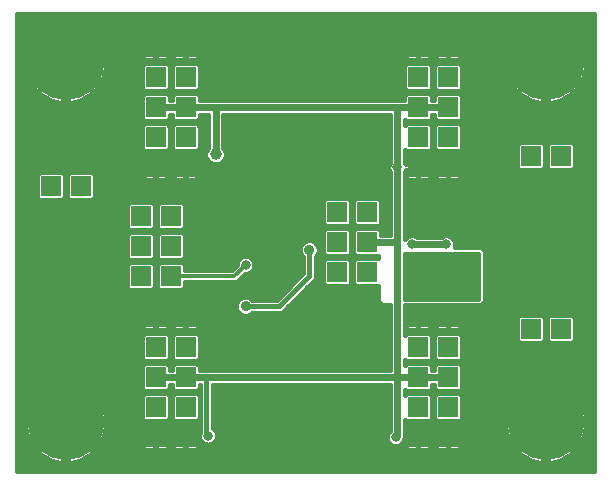
<source format=gbr>
G75*
%MOIN*%
%OFA0B0*%
%FSLAX24Y24*%
%IPPOS*%
%LPD*%
%AMOC8*
5,1,8,0,0,1.08239X$1,22.5*
%
%ADD10R,0.0650X0.0650*%
%ADD11C,0.2540*%
%ADD12C,0.0160*%
%ADD13C,0.0317*%
%ADD14C,0.0240*%
%ADD15C,0.0120*%
%ADD16C,0.0357*%
%ADD17C,0.0396*%
D10*
X005142Y005393D03*
X006142Y005393D03*
X006142Y006393D03*
X005142Y006393D03*
X005142Y007393D03*
X006142Y007393D03*
X006142Y008393D03*
X006142Y009393D03*
X005142Y009393D03*
X005142Y008393D03*
X005642Y010768D03*
X004642Y010768D03*
X004642Y011768D03*
X005642Y011768D03*
X005642Y012768D03*
X004642Y012768D03*
X002642Y012768D03*
X001642Y012768D03*
X001642Y013768D03*
X002642Y013768D03*
X005142Y014393D03*
X006142Y014393D03*
X006142Y015393D03*
X006142Y016393D03*
X006142Y017393D03*
X006142Y018393D03*
X005142Y018393D03*
X005142Y017393D03*
X005142Y016393D03*
X005142Y015393D03*
X011204Y012893D03*
X012204Y012893D03*
X012204Y011893D03*
X011204Y011893D03*
X011204Y010893D03*
X012204Y010893D03*
X013892Y009393D03*
X014892Y009393D03*
X014892Y008393D03*
X013892Y008393D03*
X013892Y007393D03*
X014892Y007393D03*
X014892Y006393D03*
X013892Y006393D03*
X013892Y005393D03*
X014892Y005393D03*
X017642Y008018D03*
X018642Y008018D03*
X018642Y009018D03*
X017642Y009018D03*
X017642Y010018D03*
X018642Y010018D03*
X018642Y013768D03*
X017642Y013768D03*
X017642Y014768D03*
X018642Y014768D03*
X018642Y015768D03*
X017642Y015768D03*
X014892Y015393D03*
X013892Y015393D03*
X013892Y014393D03*
X014892Y014393D03*
X014892Y016393D03*
X013892Y016393D03*
X013892Y017393D03*
X014892Y017393D03*
X014892Y018393D03*
X013892Y018393D03*
D11*
X018142Y017893D03*
X018142Y005893D03*
X002142Y005893D03*
X002142Y017893D03*
D12*
X000522Y019513D02*
X000522Y004273D01*
X019762Y004273D01*
X019762Y019513D01*
X000522Y019513D01*
X000522Y019426D02*
X019762Y019426D01*
X019762Y019268D02*
X000522Y019268D01*
X000522Y019109D02*
X001553Y019109D01*
X001564Y019115D02*
X001447Y019053D01*
X001337Y018979D01*
X001234Y018895D01*
X001140Y018801D01*
X001056Y018698D01*
X000982Y018588D01*
X000920Y018471D01*
X000869Y018349D01*
X000831Y018222D01*
X000805Y018092D01*
X000793Y017973D01*
X002062Y017973D01*
X002062Y017813D01*
X002222Y017813D01*
X002222Y017973D01*
X003490Y017973D01*
X003479Y018092D01*
X003453Y018222D01*
X003414Y018349D01*
X003364Y018471D01*
X003301Y018588D01*
X003227Y018698D01*
X003143Y018801D01*
X003049Y018895D01*
X002947Y018979D01*
X002837Y019053D01*
X002720Y019115D01*
X002597Y019166D01*
X002470Y019204D01*
X002340Y019230D01*
X002222Y019242D01*
X002222Y017973D01*
X002062Y017973D01*
X002062Y019242D01*
X001943Y019230D01*
X001813Y019204D01*
X001686Y019166D01*
X001564Y019115D01*
X001302Y018951D02*
X000522Y018951D01*
X000522Y018792D02*
X001133Y018792D01*
X001013Y018634D02*
X000522Y018634D01*
X000522Y018475D02*
X000922Y018475D01*
X000859Y018317D02*
X000522Y018317D01*
X000522Y018158D02*
X000818Y018158D01*
X000796Y018000D02*
X000522Y018000D01*
X000522Y017841D02*
X002062Y017841D01*
X002062Y017813D02*
X000793Y017813D01*
X000805Y017695D01*
X000831Y017565D01*
X000869Y017438D01*
X000920Y017315D01*
X000982Y017198D01*
X001056Y017088D01*
X001140Y016986D01*
X001234Y016892D01*
X001337Y016808D01*
X001447Y016734D01*
X001564Y016671D01*
X001686Y016621D01*
X001813Y016582D01*
X001943Y016556D01*
X002062Y016545D01*
X002062Y017813D01*
X002062Y017683D02*
X002222Y017683D01*
X002222Y017813D02*
X002222Y016545D01*
X002340Y016556D01*
X002470Y016582D01*
X002597Y016621D01*
X002720Y016671D01*
X002837Y016734D01*
X002947Y016808D01*
X003049Y016892D01*
X003143Y016986D01*
X003227Y017088D01*
X003301Y017198D01*
X003364Y017315D01*
X003414Y017438D01*
X003453Y017565D01*
X003479Y017695D01*
X003490Y017813D01*
X002222Y017813D01*
X002222Y017841D02*
X004742Y017841D01*
X004759Y017858D02*
X004677Y017776D01*
X004677Y017010D01*
X004759Y016928D01*
X005525Y016928D01*
X005607Y017010D01*
X005607Y017776D01*
X005525Y017858D01*
X004759Y017858D01*
X004801Y017988D02*
X005134Y017988D01*
X005134Y018386D01*
X004737Y018386D01*
X004737Y018052D01*
X004749Y018023D01*
X004771Y018000D01*
X004801Y017988D01*
X004773Y018000D02*
X003488Y018000D01*
X003465Y018158D02*
X004737Y018158D01*
X004737Y018317D02*
X003424Y018317D01*
X003361Y018475D02*
X004737Y018475D01*
X004737Y018401D02*
X005134Y018401D01*
X005134Y018798D01*
X004801Y018798D01*
X004771Y018786D01*
X004749Y018764D01*
X004737Y018734D01*
X004737Y018401D01*
X004737Y018634D02*
X003270Y018634D01*
X003150Y018792D02*
X004786Y018792D01*
X005134Y018792D02*
X005149Y018792D01*
X005149Y018798D02*
X005483Y018798D01*
X005512Y018786D01*
X005534Y018764D01*
X005547Y018734D01*
X005547Y018401D01*
X005149Y018401D01*
X005134Y018401D01*
X005134Y018386D01*
X005149Y018386D01*
X005149Y018401D01*
X005149Y018798D01*
X005134Y018634D02*
X005149Y018634D01*
X005134Y018475D02*
X005149Y018475D01*
X005149Y018386D02*
X005547Y018386D01*
X005547Y018052D01*
X005534Y018023D01*
X005512Y018000D01*
X005483Y017988D01*
X005149Y017988D01*
X005149Y018386D01*
X005149Y018317D02*
X005134Y018317D01*
X005134Y018158D02*
X005149Y018158D01*
X005134Y018000D02*
X005149Y018000D01*
X005510Y018000D02*
X005773Y018000D01*
X005771Y018000D02*
X005801Y017988D01*
X006134Y017988D01*
X006134Y018386D01*
X005737Y018386D01*
X005737Y018052D01*
X005749Y018023D01*
X005771Y018000D01*
X005759Y017858D02*
X005677Y017776D01*
X005677Y017010D01*
X005759Y016928D01*
X006525Y016928D01*
X006607Y017010D01*
X006607Y017776D01*
X006525Y017858D01*
X005759Y017858D01*
X005742Y017841D02*
X005542Y017841D01*
X005607Y017683D02*
X005677Y017683D01*
X005677Y017524D02*
X005607Y017524D01*
X005607Y017366D02*
X005677Y017366D01*
X005677Y017207D02*
X005607Y017207D01*
X005607Y017049D02*
X005677Y017049D01*
X005759Y016858D02*
X005677Y016776D01*
X005677Y016653D01*
X005607Y016653D01*
X005607Y016776D01*
X005525Y016858D01*
X004759Y016858D01*
X004677Y016776D01*
X004677Y016010D01*
X004759Y015928D01*
X005525Y015928D01*
X005607Y016010D01*
X005607Y016133D01*
X005677Y016133D01*
X005677Y016010D01*
X005759Y015928D01*
X006525Y015928D01*
X006607Y016010D01*
X006607Y016133D01*
X006882Y016133D01*
X006882Y015049D01*
X006855Y015022D01*
X006804Y014898D01*
X006804Y014764D01*
X006855Y014639D01*
X006950Y014544D01*
X007074Y014493D01*
X007209Y014493D01*
X007333Y014544D01*
X007428Y014639D01*
X007480Y014764D01*
X007480Y014898D01*
X007428Y015022D01*
X007402Y015049D01*
X007402Y016133D01*
X012944Y016133D01*
X012944Y014546D01*
X012905Y014453D01*
X012905Y014334D01*
X012944Y014240D01*
X012944Y012153D01*
X012669Y012153D01*
X012669Y012276D01*
X012587Y012358D01*
X011821Y012358D01*
X011739Y012276D01*
X011739Y011510D01*
X011821Y011428D01*
X012547Y011428D01*
X012547Y011358D01*
X011821Y011358D01*
X011739Y011276D01*
X011739Y010510D01*
X011821Y010428D01*
X012547Y010428D01*
X012547Y009927D01*
X012676Y009798D01*
X012944Y009798D01*
X012944Y007653D01*
X006607Y007653D01*
X006607Y007776D01*
X006525Y007858D01*
X005759Y007858D01*
X005677Y007776D01*
X005677Y007653D01*
X005607Y007653D01*
X005607Y007776D01*
X005525Y007858D01*
X004759Y007858D01*
X004677Y007776D01*
X004677Y007010D01*
X004759Y006928D01*
X005525Y006928D01*
X005607Y007010D01*
X005607Y007133D01*
X005677Y007133D01*
X005677Y007010D01*
X005759Y006928D01*
X006525Y006928D01*
X006607Y007010D01*
X006607Y007133D01*
X006609Y007133D01*
X006609Y005554D01*
X006593Y005515D01*
X006593Y005396D01*
X006638Y005287D01*
X006722Y005203D01*
X006832Y005157D01*
X006951Y005157D01*
X007061Y005203D01*
X007145Y005287D01*
X007190Y005396D01*
X007190Y005515D01*
X007145Y005625D01*
X007061Y005709D01*
X007049Y005714D01*
X007049Y007133D01*
X012944Y007133D01*
X012944Y005618D01*
X012888Y005563D01*
X012843Y005453D01*
X012843Y005334D01*
X012888Y005224D01*
X012972Y005140D01*
X013082Y005095D01*
X013201Y005095D01*
X013311Y005140D01*
X013395Y005224D01*
X013440Y005334D01*
X013440Y005347D01*
X013464Y005404D01*
X013464Y005973D01*
X013509Y005928D01*
X014275Y005928D01*
X014357Y006010D01*
X014357Y006776D01*
X014275Y006858D01*
X013509Y006858D01*
X013464Y006814D01*
X013464Y006973D01*
X013509Y006928D01*
X014275Y006928D01*
X014357Y007010D01*
X014357Y007133D01*
X014427Y007133D01*
X014427Y007010D01*
X014509Y006928D01*
X015275Y006928D01*
X015357Y007010D01*
X015357Y007776D01*
X015275Y007858D01*
X014509Y007858D01*
X014427Y007776D01*
X014427Y007653D01*
X014357Y007653D01*
X014357Y007776D01*
X014275Y007858D01*
X013509Y007858D01*
X013464Y007814D01*
X013464Y007973D01*
X013509Y007928D01*
X014275Y007928D01*
X014357Y008010D01*
X014357Y008776D01*
X014275Y008858D01*
X013509Y008858D01*
X013464Y008814D01*
X013464Y009798D01*
X015983Y009798D01*
X016112Y009927D01*
X016112Y011609D01*
X015983Y011738D01*
X015114Y011738D01*
X015128Y011771D01*
X015128Y011890D01*
X015082Y012000D01*
X014998Y012084D01*
X014889Y012130D01*
X014770Y012130D01*
X014676Y012091D01*
X013857Y012091D01*
X013764Y012130D01*
X013645Y012130D01*
X013535Y012084D01*
X013464Y012013D01*
X013464Y014240D01*
X013487Y014295D01*
X013487Y014052D01*
X013499Y014023D01*
X013521Y014000D01*
X013551Y013988D01*
X013884Y013988D01*
X013884Y014386D01*
X013899Y014386D01*
X013899Y014401D01*
X013884Y014401D01*
X013884Y014798D01*
X013551Y014798D01*
X013521Y014786D01*
X013499Y014764D01*
X013487Y014734D01*
X013487Y014492D01*
X013464Y014546D01*
X013464Y014973D01*
X013509Y014928D01*
X014275Y014928D01*
X014357Y015010D01*
X014357Y015776D01*
X014275Y015858D01*
X013509Y015858D01*
X013464Y015814D01*
X013464Y015973D01*
X013509Y015928D01*
X014275Y015928D01*
X014357Y016010D01*
X014357Y016133D01*
X014427Y016133D01*
X014427Y016010D01*
X014509Y015928D01*
X015275Y015928D01*
X015357Y016010D01*
X015357Y016776D01*
X015275Y016858D01*
X014509Y016858D01*
X014427Y016776D01*
X014427Y016653D01*
X014357Y016653D01*
X014357Y016776D01*
X014275Y016858D01*
X013509Y016858D01*
X013427Y016776D01*
X013427Y016653D01*
X006607Y016653D01*
X006607Y016776D01*
X006525Y016858D01*
X005759Y016858D01*
X005677Y016732D02*
X005607Y016732D01*
X006142Y016393D02*
X006579Y016393D01*
X006607Y016732D02*
X013427Y016732D01*
X013509Y016928D02*
X014275Y016928D01*
X014357Y017010D01*
X014357Y017776D01*
X014275Y017858D01*
X013509Y017858D01*
X013427Y017776D01*
X013427Y017010D01*
X013509Y016928D01*
X013427Y017049D02*
X006607Y017049D01*
X006607Y017207D02*
X013427Y017207D01*
X013427Y017366D02*
X006607Y017366D01*
X006607Y017524D02*
X013427Y017524D01*
X013427Y017683D02*
X006607Y017683D01*
X006542Y017841D02*
X013492Y017841D01*
X013551Y017988D02*
X013884Y017988D01*
X013884Y018386D01*
X013487Y018386D01*
X013487Y018052D01*
X013499Y018023D01*
X013521Y018000D01*
X013551Y017988D01*
X013523Y018000D02*
X006510Y018000D01*
X006512Y018000D02*
X006534Y018023D01*
X006547Y018052D01*
X006547Y018386D01*
X006149Y018386D01*
X006149Y018401D01*
X006134Y018401D01*
X006134Y018798D01*
X005801Y018798D01*
X005771Y018786D01*
X005749Y018764D01*
X005737Y018734D01*
X005737Y018401D01*
X006134Y018401D01*
X006134Y018386D01*
X006149Y018386D01*
X006149Y017988D01*
X006483Y017988D01*
X006512Y018000D01*
X006547Y018158D02*
X013487Y018158D01*
X013487Y018317D02*
X006547Y018317D01*
X006547Y018401D02*
X006149Y018401D01*
X006149Y018798D01*
X006483Y018798D01*
X006512Y018786D01*
X006534Y018764D01*
X006547Y018734D01*
X006547Y018401D01*
X006547Y018475D02*
X013487Y018475D01*
X013487Y018401D02*
X013884Y018401D01*
X013884Y018798D01*
X013551Y018798D01*
X013521Y018786D01*
X013499Y018764D01*
X013487Y018734D01*
X013487Y018401D01*
X013487Y018634D02*
X006547Y018634D01*
X006497Y018792D02*
X013536Y018792D01*
X013884Y018792D02*
X013899Y018792D01*
X013899Y018798D02*
X013899Y018401D01*
X013884Y018401D01*
X013884Y018386D01*
X013899Y018386D01*
X013899Y018401D01*
X014297Y018401D01*
X014297Y018734D01*
X014284Y018764D01*
X014262Y018786D01*
X014233Y018798D01*
X013899Y018798D01*
X013884Y018634D02*
X013899Y018634D01*
X013884Y018475D02*
X013899Y018475D01*
X013899Y018386D02*
X014297Y018386D01*
X014297Y018052D01*
X014284Y018023D01*
X014262Y018000D01*
X014233Y017988D01*
X013899Y017988D01*
X013899Y018386D01*
X013899Y018317D02*
X013884Y018317D01*
X013884Y018158D02*
X013899Y018158D01*
X013884Y018000D02*
X013899Y018000D01*
X014260Y018000D02*
X014523Y018000D01*
X014521Y018000D02*
X014551Y017988D01*
X014884Y017988D01*
X014884Y018386D01*
X014487Y018386D01*
X014487Y018052D01*
X014499Y018023D01*
X014521Y018000D01*
X014509Y017858D02*
X014427Y017776D01*
X014427Y017010D01*
X014509Y016928D01*
X015275Y016928D01*
X015357Y017010D01*
X015357Y017776D01*
X015275Y017858D01*
X014509Y017858D01*
X014492Y017841D02*
X014292Y017841D01*
X014357Y017683D02*
X014427Y017683D01*
X014427Y017524D02*
X014357Y017524D01*
X014357Y017366D02*
X014427Y017366D01*
X014427Y017207D02*
X014357Y017207D01*
X014357Y017049D02*
X014427Y017049D01*
X014427Y016732D02*
X014357Y016732D01*
X014357Y016098D02*
X014427Y016098D01*
X014498Y015939D02*
X014286Y015939D01*
X014352Y015781D02*
X014431Y015781D01*
X014427Y015776D02*
X014509Y015858D01*
X015275Y015858D01*
X015357Y015776D01*
X015357Y015010D01*
X015275Y014928D01*
X014509Y014928D01*
X014427Y015010D01*
X014427Y015776D01*
X014427Y015622D02*
X014357Y015622D01*
X014357Y015464D02*
X014427Y015464D01*
X014427Y015305D02*
X014357Y015305D01*
X014357Y015147D02*
X014427Y015147D01*
X014449Y014988D02*
X014335Y014988D01*
X014262Y014786D02*
X014233Y014798D01*
X013899Y014798D01*
X013899Y014401D01*
X014297Y014401D01*
X014297Y014734D01*
X014284Y014764D01*
X014262Y014786D01*
X014297Y014671D02*
X014487Y014671D01*
X014487Y014734D02*
X014487Y014401D01*
X014884Y014401D01*
X014884Y014798D01*
X014551Y014798D01*
X014521Y014786D01*
X014499Y014764D01*
X014487Y014734D01*
X014487Y014513D02*
X014297Y014513D01*
X014297Y014386D02*
X013899Y014386D01*
X013899Y013988D01*
X014233Y013988D01*
X014262Y014000D01*
X014284Y014023D01*
X014297Y014052D01*
X014297Y014386D01*
X014297Y014354D02*
X014487Y014354D01*
X014487Y014386D02*
X014487Y014052D01*
X014499Y014023D01*
X014521Y014000D01*
X014551Y013988D01*
X014884Y013988D01*
X014884Y014386D01*
X014487Y014386D01*
X014487Y014196D02*
X014297Y014196D01*
X014290Y014037D02*
X014493Y014037D01*
X014884Y014037D02*
X014899Y014037D01*
X014899Y013988D02*
X015233Y013988D01*
X015262Y014000D01*
X015284Y014023D01*
X015297Y014052D01*
X015297Y014386D01*
X014899Y014386D01*
X014899Y014401D01*
X014884Y014401D01*
X014884Y014386D01*
X014899Y014386D01*
X014899Y013988D01*
X014884Y014196D02*
X014899Y014196D01*
X014884Y014354D02*
X014899Y014354D01*
X014899Y014401D02*
X015297Y014401D01*
X015297Y014734D01*
X015284Y014764D01*
X015262Y014786D01*
X015233Y014798D01*
X014899Y014798D01*
X014899Y014401D01*
X014899Y014513D02*
X014884Y014513D01*
X014884Y014671D02*
X014899Y014671D01*
X015297Y014671D02*
X017177Y014671D01*
X017177Y014513D02*
X015297Y014513D01*
X015297Y014354D02*
X017208Y014354D01*
X017177Y014385D02*
X017259Y014303D01*
X018025Y014303D01*
X018107Y014385D01*
X018107Y015151D01*
X018025Y015233D01*
X017259Y015233D01*
X017177Y015151D01*
X017177Y014385D01*
X017271Y014161D02*
X017249Y014139D01*
X017237Y014109D01*
X017237Y013776D01*
X017634Y013776D01*
X017634Y014173D01*
X017301Y014173D01*
X017271Y014161D01*
X017237Y014037D02*
X015290Y014037D01*
X015297Y014196D02*
X019762Y014196D01*
X019762Y014354D02*
X019076Y014354D01*
X019107Y014385D02*
X019107Y015151D01*
X019025Y015233D01*
X018259Y015233D01*
X018177Y015151D01*
X018177Y014385D01*
X018259Y014303D01*
X019025Y014303D01*
X019107Y014385D01*
X019107Y014513D02*
X019762Y014513D01*
X019762Y014671D02*
X019107Y014671D01*
X019107Y014830D02*
X019762Y014830D01*
X019762Y014988D02*
X019107Y014988D01*
X019107Y015147D02*
X019762Y015147D01*
X019762Y015305D02*
X015357Y015305D01*
X015357Y015147D02*
X017177Y015147D01*
X017177Y014988D02*
X015335Y014988D01*
X015357Y015464D02*
X017237Y015464D01*
X017237Y015427D02*
X017249Y015398D01*
X017271Y015375D01*
X017301Y015363D01*
X017634Y015363D01*
X017634Y015761D01*
X017237Y015761D01*
X017237Y015427D01*
X017237Y015622D02*
X015357Y015622D01*
X015352Y015781D02*
X017237Y015781D01*
X017237Y015776D02*
X017634Y015776D01*
X017634Y016173D01*
X017301Y016173D01*
X017271Y016161D01*
X017249Y016139D01*
X017237Y016109D01*
X017237Y015776D01*
X017237Y015939D02*
X015286Y015939D01*
X015357Y016098D02*
X017237Y016098D01*
X017634Y016098D02*
X017649Y016098D01*
X017649Y016173D02*
X017649Y015776D01*
X017634Y015776D01*
X017634Y015761D01*
X017649Y015761D01*
X017649Y015363D01*
X017983Y015363D01*
X018012Y015375D01*
X018034Y015398D01*
X018047Y015427D01*
X018047Y015761D01*
X017649Y015761D01*
X017649Y015776D01*
X018047Y015776D01*
X018047Y016109D01*
X018034Y016139D01*
X018012Y016161D01*
X017983Y016173D01*
X017649Y016173D01*
X017634Y015939D02*
X017649Y015939D01*
X017634Y015781D02*
X017649Y015781D01*
X017634Y015622D02*
X017649Y015622D01*
X017634Y015464D02*
X017649Y015464D01*
X018047Y015464D02*
X018237Y015464D01*
X018237Y015427D02*
X018249Y015398D01*
X018271Y015375D01*
X018301Y015363D01*
X018634Y015363D01*
X018634Y015761D01*
X018237Y015761D01*
X018237Y015427D01*
X018237Y015622D02*
X018047Y015622D01*
X018047Y015781D02*
X018237Y015781D01*
X018237Y015776D02*
X018634Y015776D01*
X018634Y016173D01*
X018301Y016173D01*
X018271Y016161D01*
X018249Y016139D01*
X018237Y016109D01*
X018237Y015776D01*
X018237Y015939D02*
X018047Y015939D01*
X018047Y016098D02*
X018237Y016098D01*
X018634Y016098D02*
X018649Y016098D01*
X018649Y016173D02*
X018649Y015776D01*
X018634Y015776D01*
X018634Y015761D01*
X018649Y015761D01*
X018649Y015363D01*
X018983Y015363D01*
X019012Y015375D01*
X019034Y015398D01*
X019047Y015427D01*
X019047Y015761D01*
X018649Y015761D01*
X018649Y015776D01*
X019047Y015776D01*
X019047Y016109D01*
X019034Y016139D01*
X019012Y016161D01*
X018983Y016173D01*
X018649Y016173D01*
X018634Y015939D02*
X018649Y015939D01*
X018634Y015781D02*
X018649Y015781D01*
X018634Y015622D02*
X018649Y015622D01*
X018634Y015464D02*
X018649Y015464D01*
X019047Y015464D02*
X019762Y015464D01*
X019762Y015622D02*
X019047Y015622D01*
X019047Y015781D02*
X019762Y015781D01*
X019762Y015939D02*
X019047Y015939D01*
X019047Y016098D02*
X019762Y016098D01*
X019762Y016256D02*
X015357Y016256D01*
X015357Y016415D02*
X019762Y016415D01*
X019762Y016573D02*
X018426Y016573D01*
X018470Y016582D02*
X018597Y016621D01*
X018720Y016671D01*
X018837Y016734D01*
X018947Y016808D01*
X019049Y016892D01*
X019143Y016986D01*
X019227Y017088D01*
X019301Y017198D01*
X019364Y017315D01*
X019414Y017438D01*
X019453Y017565D01*
X019479Y017695D01*
X019490Y017813D01*
X018222Y017813D01*
X018222Y017973D01*
X019490Y017973D01*
X019479Y018092D01*
X019453Y018222D01*
X019414Y018349D01*
X019364Y018471D01*
X019301Y018588D01*
X019227Y018698D01*
X019143Y018801D01*
X019049Y018895D01*
X018947Y018979D01*
X018837Y019053D01*
X018720Y019115D01*
X018597Y019166D01*
X018470Y019204D01*
X018340Y019230D01*
X018222Y019242D01*
X018222Y017973D01*
X018062Y017973D01*
X018062Y017813D01*
X018222Y017813D01*
X018222Y016545D01*
X018340Y016556D01*
X018470Y016582D01*
X018222Y016573D02*
X018062Y016573D01*
X018062Y016545D02*
X018062Y017813D01*
X016793Y017813D01*
X016805Y017695D01*
X016831Y017565D01*
X016869Y017438D01*
X016920Y017315D01*
X016982Y017198D01*
X017056Y017088D01*
X017140Y016986D01*
X017234Y016892D01*
X017337Y016808D01*
X017447Y016734D01*
X017564Y016671D01*
X017686Y016621D01*
X017813Y016582D01*
X017943Y016556D01*
X018062Y016545D01*
X018062Y016732D02*
X018222Y016732D01*
X018222Y016890D02*
X018062Y016890D01*
X018062Y017049D02*
X018222Y017049D01*
X018222Y017207D02*
X018062Y017207D01*
X018062Y017366D02*
X018222Y017366D01*
X018222Y017524D02*
X018062Y017524D01*
X018062Y017683D02*
X018222Y017683D01*
X018222Y017841D02*
X019762Y017841D01*
X019762Y017683D02*
X019476Y017683D01*
X019440Y017524D02*
X019762Y017524D01*
X019762Y017366D02*
X019384Y017366D01*
X019306Y017207D02*
X019762Y017207D01*
X019762Y017049D02*
X019195Y017049D01*
X019048Y016890D02*
X019762Y016890D01*
X019762Y016732D02*
X018833Y016732D01*
X017858Y016573D02*
X015357Y016573D01*
X015357Y016732D02*
X017451Y016732D01*
X017236Y016890D02*
X003048Y016890D01*
X003195Y017049D02*
X004677Y017049D01*
X004677Y017207D02*
X003306Y017207D01*
X003384Y017366D02*
X004677Y017366D01*
X004677Y017524D02*
X003440Y017524D01*
X003476Y017683D02*
X004677Y017683D01*
X005547Y018158D02*
X005737Y018158D01*
X005737Y018317D02*
X005547Y018317D01*
X005547Y018475D02*
X005737Y018475D01*
X005737Y018634D02*
X005547Y018634D01*
X005497Y018792D02*
X005786Y018792D01*
X006134Y018792D02*
X006149Y018792D01*
X006134Y018634D02*
X006149Y018634D01*
X006134Y018475D02*
X006149Y018475D01*
X006134Y018317D02*
X006149Y018317D01*
X006134Y018158D02*
X006149Y018158D01*
X006134Y018000D02*
X006149Y018000D01*
X004677Y016732D02*
X002833Y016732D01*
X002426Y016573D02*
X004677Y016573D01*
X004677Y016415D02*
X000522Y016415D01*
X000522Y016573D02*
X001858Y016573D01*
X002062Y016573D02*
X002222Y016573D01*
X002222Y016732D02*
X002062Y016732D01*
X002062Y016890D02*
X002222Y016890D01*
X002222Y017049D02*
X002062Y017049D01*
X002062Y017207D02*
X002222Y017207D01*
X002222Y017366D02*
X002062Y017366D01*
X002062Y017524D02*
X002222Y017524D01*
X002222Y018000D02*
X002062Y018000D01*
X002062Y018158D02*
X002222Y018158D01*
X002222Y018317D02*
X002062Y018317D01*
X002062Y018475D02*
X002222Y018475D01*
X002222Y018634D02*
X002062Y018634D01*
X002062Y018792D02*
X002222Y018792D01*
X002222Y018951D02*
X002062Y018951D01*
X002062Y019109D02*
X002222Y019109D01*
X002730Y019109D02*
X017553Y019109D01*
X017564Y019115D02*
X017447Y019053D01*
X017337Y018979D01*
X017234Y018895D01*
X017140Y018801D01*
X017056Y018698D01*
X016982Y018588D01*
X016920Y018471D01*
X016869Y018349D01*
X016831Y018222D01*
X016805Y018092D01*
X016793Y017973D01*
X018062Y017973D01*
X018062Y019242D01*
X017943Y019230D01*
X017813Y019204D01*
X017686Y019166D01*
X017564Y019115D01*
X017302Y018951D02*
X002981Y018951D01*
X000807Y017683D02*
X000522Y017683D01*
X000522Y017524D02*
X000843Y017524D01*
X000899Y017366D02*
X000522Y017366D01*
X000522Y017207D02*
X000978Y017207D01*
X001088Y017049D02*
X000522Y017049D01*
X000522Y016890D02*
X001236Y016890D01*
X001451Y016732D02*
X000522Y016732D01*
X000522Y016256D02*
X004677Y016256D01*
X004677Y016098D02*
X000522Y016098D01*
X000522Y015939D02*
X004748Y015939D01*
X004759Y015858D02*
X004677Y015776D01*
X004677Y015010D01*
X004759Y014928D01*
X005525Y014928D01*
X005607Y015010D01*
X005607Y015776D01*
X005525Y015858D01*
X004759Y015858D01*
X004681Y015781D02*
X000522Y015781D01*
X000522Y015622D02*
X004677Y015622D01*
X004677Y015464D02*
X000522Y015464D01*
X000522Y015305D02*
X004677Y015305D01*
X004677Y015147D02*
X000522Y015147D01*
X000522Y014988D02*
X004699Y014988D01*
X004771Y014786D02*
X004749Y014764D01*
X004737Y014734D01*
X004737Y014401D01*
X005134Y014401D01*
X005134Y014798D01*
X004801Y014798D01*
X004771Y014786D01*
X004737Y014671D02*
X000522Y014671D01*
X000522Y014513D02*
X004737Y014513D01*
X004737Y014386D02*
X004737Y014052D01*
X004749Y014023D01*
X004771Y014000D01*
X004801Y013988D01*
X005134Y013988D01*
X005134Y014386D01*
X004737Y014386D01*
X004737Y014354D02*
X000522Y014354D01*
X000522Y014196D02*
X001221Y014196D01*
X001259Y014233D02*
X001177Y014151D01*
X001177Y013385D01*
X001259Y013303D01*
X002025Y013303D01*
X002107Y013385D01*
X002107Y014151D01*
X002025Y014233D01*
X001259Y014233D01*
X001177Y014037D02*
X000522Y014037D01*
X000522Y013879D02*
X001177Y013879D01*
X001177Y013720D02*
X000522Y013720D01*
X000522Y013562D02*
X001177Y013562D01*
X001177Y013403D02*
X000522Y013403D01*
X000522Y013245D02*
X010739Y013245D01*
X010739Y013276D02*
X010739Y012510D01*
X010821Y012428D01*
X011587Y012428D01*
X011669Y012510D01*
X011669Y013276D01*
X011587Y013358D01*
X010821Y013358D01*
X010739Y013276D01*
X010739Y013086D02*
X006107Y013086D01*
X006107Y013151D02*
X006025Y013233D01*
X005259Y013233D01*
X005177Y013151D01*
X005177Y012385D01*
X005259Y012303D01*
X006025Y012303D01*
X006107Y012385D01*
X006107Y013151D01*
X006107Y012928D02*
X010739Y012928D01*
X010739Y012769D02*
X006107Y012769D01*
X006107Y012611D02*
X010739Y012611D01*
X010797Y012452D02*
X006107Y012452D01*
X006025Y012233D02*
X006107Y012151D01*
X006107Y011385D01*
X006025Y011303D01*
X005259Y011303D01*
X005177Y011385D01*
X005177Y012151D01*
X005259Y012233D01*
X006025Y012233D01*
X006107Y012135D02*
X010739Y012135D01*
X010739Y012276D02*
X010739Y011510D01*
X010821Y011428D01*
X011587Y011428D01*
X011669Y011510D01*
X011669Y012276D01*
X011587Y012358D01*
X010821Y012358D01*
X010739Y012276D01*
X010757Y012294D02*
X000522Y012294D01*
X000522Y012452D02*
X001237Y012452D01*
X001237Y012427D02*
X001249Y012398D01*
X001271Y012375D01*
X001301Y012363D01*
X001634Y012363D01*
X001634Y012761D01*
X001237Y012761D01*
X001237Y012427D01*
X001237Y012611D02*
X000522Y012611D01*
X000522Y012769D02*
X001634Y012769D01*
X001634Y012776D02*
X001634Y012761D01*
X001649Y012761D01*
X001649Y012776D01*
X001634Y012776D01*
X001634Y013173D01*
X001301Y013173D01*
X001271Y013161D01*
X001249Y013139D01*
X001237Y013109D01*
X001237Y012776D01*
X001634Y012776D01*
X001649Y012776D02*
X001649Y013173D01*
X001983Y013173D01*
X002012Y013161D01*
X002034Y013139D01*
X002047Y013109D01*
X002047Y012776D01*
X001649Y012776D01*
X001649Y012769D02*
X002634Y012769D01*
X002634Y012776D02*
X002634Y012761D01*
X002237Y012761D01*
X002237Y012427D01*
X002249Y012398D01*
X002271Y012375D01*
X002301Y012363D01*
X002634Y012363D01*
X002634Y012761D01*
X002649Y012761D01*
X002649Y012776D01*
X002634Y012776D01*
X002634Y013173D01*
X002301Y013173D01*
X002271Y013161D01*
X002249Y013139D01*
X002237Y013109D01*
X002237Y012776D01*
X002634Y012776D01*
X002649Y012776D02*
X002649Y013173D01*
X002983Y013173D01*
X003012Y013161D01*
X003034Y013139D01*
X003047Y013109D01*
X003047Y012776D01*
X002649Y012776D01*
X002649Y012769D02*
X004177Y012769D01*
X004177Y012611D02*
X003047Y012611D01*
X003047Y012761D02*
X002649Y012761D01*
X002649Y012363D01*
X002983Y012363D01*
X003012Y012375D01*
X003034Y012398D01*
X003047Y012427D01*
X003047Y012761D01*
X003047Y012928D02*
X004177Y012928D01*
X004177Y013086D02*
X003047Y013086D01*
X003025Y013303D02*
X003107Y013385D01*
X003107Y014151D01*
X003025Y014233D01*
X002259Y014233D01*
X002177Y014151D01*
X002177Y013385D01*
X002259Y013303D01*
X003025Y013303D01*
X003107Y013403D02*
X012944Y013403D01*
X012944Y013245D02*
X012669Y013245D01*
X012669Y013276D02*
X012587Y013358D01*
X011821Y013358D01*
X011739Y013276D01*
X011739Y012510D01*
X011821Y012428D01*
X012587Y012428D01*
X012669Y012510D01*
X012669Y013276D01*
X012669Y013086D02*
X012944Y013086D01*
X012944Y012928D02*
X012669Y012928D01*
X012669Y012769D02*
X012944Y012769D01*
X012944Y012611D02*
X012669Y012611D01*
X012611Y012452D02*
X012944Y012452D01*
X012944Y012294D02*
X012652Y012294D01*
X013464Y012294D02*
X019762Y012294D01*
X019762Y012452D02*
X013464Y012452D01*
X013464Y012611D02*
X019762Y012611D01*
X019762Y012769D02*
X013464Y012769D01*
X013464Y012928D02*
X019762Y012928D01*
X019762Y013086D02*
X013464Y013086D01*
X013464Y013245D02*
X019762Y013245D01*
X019762Y013403D02*
X019037Y013403D01*
X019034Y013398D02*
X019047Y013427D01*
X019047Y013761D01*
X018649Y013761D01*
X018649Y013363D01*
X018983Y013363D01*
X019012Y013375D01*
X019034Y013398D01*
X019047Y013562D02*
X019762Y013562D01*
X019762Y013720D02*
X019047Y013720D01*
X019047Y013776D02*
X019047Y014109D01*
X019034Y014139D01*
X019012Y014161D01*
X018983Y014173D01*
X018649Y014173D01*
X018649Y013776D01*
X018634Y013776D01*
X018634Y014173D01*
X018301Y014173D01*
X018271Y014161D01*
X018249Y014139D01*
X018237Y014109D01*
X018237Y013776D01*
X018634Y013776D01*
X018634Y013761D01*
X018237Y013761D01*
X018237Y013427D01*
X018249Y013398D01*
X018271Y013375D01*
X018301Y013363D01*
X018634Y013363D01*
X018634Y013761D01*
X018649Y013761D01*
X018649Y013776D01*
X019047Y013776D01*
X019047Y013879D02*
X019762Y013879D01*
X019762Y014037D02*
X019047Y014037D01*
X018649Y014037D02*
X018634Y014037D01*
X018634Y013879D02*
X018649Y013879D01*
X018634Y013720D02*
X018649Y013720D01*
X018634Y013562D02*
X018649Y013562D01*
X018634Y013403D02*
X018649Y013403D01*
X018247Y013403D02*
X018037Y013403D01*
X018034Y013398D02*
X018047Y013427D01*
X018047Y013761D01*
X017649Y013761D01*
X017649Y013363D01*
X017983Y013363D01*
X018012Y013375D01*
X018034Y013398D01*
X018047Y013562D02*
X018237Y013562D01*
X018237Y013720D02*
X018047Y013720D01*
X018047Y013776D02*
X018047Y014109D01*
X018034Y014139D01*
X018012Y014161D01*
X017983Y014173D01*
X017649Y014173D01*
X017649Y013776D01*
X017634Y013776D01*
X017634Y013761D01*
X017237Y013761D01*
X017237Y013427D01*
X017249Y013398D01*
X017271Y013375D01*
X017301Y013363D01*
X017634Y013363D01*
X017634Y013761D01*
X017649Y013761D01*
X017649Y013776D01*
X018047Y013776D01*
X018047Y013879D02*
X018237Y013879D01*
X018237Y014037D02*
X018047Y014037D01*
X018076Y014354D02*
X018208Y014354D01*
X018177Y014513D02*
X018107Y014513D01*
X018107Y014671D02*
X018177Y014671D01*
X018177Y014830D02*
X018107Y014830D01*
X018107Y014988D02*
X018177Y014988D01*
X018177Y015147D02*
X018107Y015147D01*
X017177Y014830D02*
X013464Y014830D01*
X013464Y014671D02*
X013487Y014671D01*
X013478Y014513D02*
X013487Y014513D01*
X013464Y014196D02*
X013487Y014196D01*
X013493Y014037D02*
X013464Y014037D01*
X013464Y013879D02*
X017237Y013879D01*
X017237Y013720D02*
X013464Y013720D01*
X013464Y013562D02*
X017237Y013562D01*
X017247Y013403D02*
X013464Y013403D01*
X012944Y013562D02*
X003107Y013562D01*
X003107Y013720D02*
X012944Y013720D01*
X012944Y013879D02*
X003107Y013879D01*
X003107Y014037D02*
X004743Y014037D01*
X004737Y014196D02*
X003062Y014196D01*
X002221Y014196D02*
X002062Y014196D01*
X002107Y014037D02*
X002177Y014037D01*
X002177Y013879D02*
X002107Y013879D01*
X002107Y013720D02*
X002177Y013720D01*
X002177Y013562D02*
X002107Y013562D01*
X002107Y013403D02*
X002177Y013403D01*
X002237Y013086D02*
X002047Y013086D01*
X002047Y012928D02*
X002237Y012928D01*
X002047Y012761D02*
X001649Y012761D01*
X001649Y012363D01*
X001983Y012363D01*
X002012Y012375D01*
X002034Y012398D01*
X002047Y012427D01*
X002047Y012761D01*
X002047Y012611D02*
X002237Y012611D01*
X002237Y012452D02*
X002047Y012452D01*
X001649Y012452D02*
X001634Y012452D01*
X001634Y012611D02*
X001649Y012611D01*
X001634Y012928D02*
X001649Y012928D01*
X001634Y013086D02*
X001649Y013086D01*
X001237Y013086D02*
X000522Y013086D01*
X000522Y012928D02*
X001237Y012928D01*
X000522Y012135D02*
X004177Y012135D01*
X004177Y012151D02*
X004177Y011385D01*
X004259Y011303D01*
X005025Y011303D01*
X005107Y011385D01*
X005107Y012151D01*
X005025Y012233D01*
X004259Y012233D01*
X004177Y012151D01*
X004259Y012303D02*
X005025Y012303D01*
X005107Y012385D01*
X005107Y013151D01*
X005025Y013233D01*
X004259Y013233D01*
X004177Y013151D01*
X004177Y012385D01*
X004259Y012303D01*
X004177Y012452D02*
X003047Y012452D01*
X002649Y012452D02*
X002634Y012452D01*
X002634Y012611D02*
X002649Y012611D01*
X002634Y012928D02*
X002649Y012928D01*
X002634Y013086D02*
X002649Y013086D01*
X004177Y011977D02*
X000522Y011977D01*
X000522Y011818D02*
X004177Y011818D01*
X004177Y011660D02*
X000522Y011660D01*
X000522Y011501D02*
X004177Y011501D01*
X004219Y011343D02*
X000522Y011343D01*
X000522Y011184D02*
X004210Y011184D01*
X004177Y011151D02*
X004177Y010385D01*
X004259Y010303D01*
X005025Y010303D01*
X005107Y010385D01*
X005107Y011151D01*
X005025Y011233D01*
X004259Y011233D01*
X004177Y011151D01*
X004177Y011026D02*
X000522Y011026D01*
X000522Y010867D02*
X004177Y010867D01*
X004177Y010709D02*
X000522Y010709D01*
X000522Y010550D02*
X004177Y010550D01*
X004177Y010392D02*
X000522Y010392D01*
X000522Y010233D02*
X009421Y010233D01*
X009579Y010392D02*
X006107Y010392D01*
X006107Y010385D02*
X006107Y010568D01*
X007850Y010568D01*
X008126Y010845D01*
X008201Y010845D01*
X008311Y010890D01*
X008395Y010974D01*
X008440Y011084D01*
X008440Y011203D01*
X008395Y011313D01*
X008311Y011397D01*
X008201Y011442D01*
X008082Y011442D01*
X007972Y011397D01*
X007888Y011313D01*
X007843Y011203D01*
X007843Y011127D01*
X007684Y010968D01*
X006107Y010968D01*
X006107Y011151D01*
X006025Y011233D01*
X005259Y011233D01*
X005177Y011151D01*
X005177Y010385D01*
X005259Y010303D01*
X006025Y010303D01*
X006107Y010385D01*
X006107Y010550D02*
X009738Y010550D01*
X009896Y010709D02*
X007990Y010709D01*
X008256Y010867D02*
X010047Y010867D01*
X010047Y010859D02*
X009176Y009988D01*
X008372Y009988D01*
X008322Y010038D01*
X008205Y010087D01*
X008078Y010087D01*
X007961Y010038D01*
X007872Y009949D01*
X007823Y009832D01*
X007823Y009705D01*
X007872Y009588D01*
X007961Y009498D01*
X008078Y009450D01*
X008205Y009450D01*
X008322Y009498D01*
X008372Y009548D01*
X009358Y009548D01*
X009487Y009677D01*
X010487Y010677D01*
X010487Y011413D01*
X010537Y011463D01*
X010585Y011580D01*
X010585Y011707D01*
X010537Y011824D01*
X010447Y011913D01*
X010330Y011962D01*
X010203Y011962D01*
X010086Y011913D01*
X009997Y011824D01*
X009948Y011707D01*
X009948Y011580D01*
X009997Y011463D01*
X010047Y011413D01*
X010047Y010859D01*
X010047Y011026D02*
X008416Y011026D01*
X008440Y011184D02*
X010047Y011184D01*
X010047Y011343D02*
X008365Y011343D01*
X007919Y011343D02*
X006064Y011343D01*
X006074Y011184D02*
X007843Y011184D01*
X007741Y011026D02*
X006107Y011026D01*
X006107Y011501D02*
X009981Y011501D01*
X009948Y011660D02*
X006107Y011660D01*
X006107Y011818D02*
X009994Y011818D01*
X010267Y011643D02*
X010267Y010768D01*
X009267Y009768D01*
X008142Y009768D01*
X007858Y009916D02*
X000522Y009916D01*
X000522Y009758D02*
X004746Y009758D01*
X004749Y009764D02*
X004737Y009734D01*
X004737Y009401D01*
X005134Y009401D01*
X005134Y009798D01*
X004801Y009798D01*
X004771Y009786D01*
X004749Y009764D01*
X004737Y009599D02*
X000522Y009599D01*
X000522Y009441D02*
X004737Y009441D01*
X004737Y009386D02*
X004737Y009052D01*
X004749Y009023D01*
X004771Y009000D01*
X004801Y008988D01*
X005134Y008988D01*
X005134Y009386D01*
X004737Y009386D01*
X004737Y009282D02*
X000522Y009282D01*
X000522Y009124D02*
X004737Y009124D01*
X004759Y008858D02*
X004677Y008776D01*
X004677Y008010D01*
X004759Y007928D01*
X005525Y007928D01*
X005607Y008010D01*
X005607Y008776D01*
X005525Y008858D01*
X004759Y008858D01*
X004707Y008807D02*
X000522Y008807D01*
X000522Y008965D02*
X012944Y008965D01*
X012944Y008807D02*
X006576Y008807D01*
X006607Y008776D02*
X006525Y008858D01*
X005759Y008858D01*
X005677Y008776D01*
X005677Y008010D01*
X005759Y007928D01*
X006525Y007928D01*
X006607Y008010D01*
X006607Y008776D01*
X006607Y008648D02*
X012944Y008648D01*
X012944Y008490D02*
X006607Y008490D01*
X006607Y008331D02*
X012944Y008331D01*
X012944Y008173D02*
X006607Y008173D01*
X006607Y008014D02*
X012944Y008014D01*
X012944Y007856D02*
X006527Y007856D01*
X006607Y007697D02*
X012944Y007697D01*
X013464Y007856D02*
X013506Y007856D01*
X014277Y007856D02*
X014506Y007856D01*
X014509Y007928D02*
X015275Y007928D01*
X015357Y008010D01*
X015357Y008776D01*
X015275Y008858D01*
X014509Y008858D01*
X014427Y008776D01*
X014427Y008010D01*
X014509Y007928D01*
X014427Y008014D02*
X014357Y008014D01*
X014357Y008173D02*
X014427Y008173D01*
X014427Y008331D02*
X014357Y008331D01*
X014357Y008490D02*
X014427Y008490D01*
X014427Y008648D02*
X014357Y008648D01*
X014326Y008807D02*
X014457Y008807D01*
X014521Y009000D02*
X014551Y008988D01*
X014884Y008988D01*
X014884Y009386D01*
X014487Y009386D01*
X014487Y009052D01*
X014499Y009023D01*
X014521Y009000D01*
X014487Y009124D02*
X014297Y009124D01*
X014297Y009052D02*
X014297Y009386D01*
X013899Y009386D01*
X013899Y009401D01*
X013884Y009401D01*
X013884Y009798D01*
X013551Y009798D01*
X013521Y009786D01*
X013499Y009764D01*
X013487Y009734D01*
X013487Y009401D01*
X013884Y009401D01*
X013884Y009386D01*
X013487Y009386D01*
X013487Y009052D01*
X013499Y009023D01*
X013521Y009000D01*
X013551Y008988D01*
X013884Y008988D01*
X013884Y009386D01*
X013899Y009386D01*
X013899Y008988D01*
X014233Y008988D01*
X014262Y009000D01*
X014284Y009023D01*
X014297Y009052D01*
X014297Y009282D02*
X014487Y009282D01*
X014487Y009401D02*
X014884Y009401D01*
X014884Y009798D01*
X014551Y009798D01*
X014521Y009786D01*
X014499Y009764D01*
X014487Y009734D01*
X014487Y009401D01*
X014487Y009441D02*
X014297Y009441D01*
X014297Y009401D02*
X014297Y009734D01*
X014284Y009764D01*
X014262Y009786D01*
X014233Y009798D01*
X013899Y009798D01*
X013899Y009401D01*
X014297Y009401D01*
X014297Y009599D02*
X014487Y009599D01*
X014496Y009758D02*
X014287Y009758D01*
X013899Y009758D02*
X013884Y009758D01*
X013884Y009599D02*
X013899Y009599D01*
X013884Y009441D02*
X013899Y009441D01*
X013884Y009282D02*
X013899Y009282D01*
X013884Y009124D02*
X013899Y009124D01*
X013487Y009124D02*
X013464Y009124D01*
X013464Y009282D02*
X013487Y009282D01*
X013487Y009441D02*
X013464Y009441D01*
X013464Y009599D02*
X013487Y009599D01*
X013496Y009758D02*
X013464Y009758D01*
X013464Y010018D02*
X013464Y011518D01*
X015892Y011518D01*
X015892Y010018D01*
X013464Y010018D01*
X013464Y010075D02*
X015892Y010075D01*
X015892Y010233D02*
X013464Y010233D01*
X013464Y010392D02*
X015892Y010392D01*
X015892Y010550D02*
X013464Y010550D01*
X013464Y010709D02*
X015892Y010709D01*
X015892Y010867D02*
X013464Y010867D01*
X013464Y011026D02*
X015892Y011026D01*
X015892Y011184D02*
X013464Y011184D01*
X013464Y011343D02*
X015892Y011343D01*
X015892Y011501D02*
X013464Y011501D01*
X013464Y012135D02*
X019762Y012135D01*
X019762Y011977D02*
X015092Y011977D01*
X015128Y011818D02*
X019762Y011818D01*
X019762Y011660D02*
X016061Y011660D01*
X016112Y011501D02*
X019762Y011501D01*
X019762Y011343D02*
X016112Y011343D01*
X016112Y011184D02*
X019762Y011184D01*
X019762Y011026D02*
X016112Y011026D01*
X016112Y010867D02*
X019762Y010867D01*
X019762Y010709D02*
X016112Y010709D01*
X016112Y010550D02*
X019762Y010550D01*
X019762Y010392D02*
X019031Y010392D01*
X019034Y010389D02*
X019012Y010411D01*
X018983Y010423D01*
X018649Y010423D01*
X018649Y010026D01*
X018634Y010026D01*
X018634Y010423D01*
X018301Y010423D01*
X018271Y010411D01*
X018249Y010389D01*
X018237Y010359D01*
X018237Y010026D01*
X018634Y010026D01*
X018634Y010011D01*
X018237Y010011D01*
X018237Y009677D01*
X018249Y009648D01*
X018271Y009625D01*
X018301Y009613D01*
X018634Y009613D01*
X018634Y010011D01*
X018649Y010011D01*
X018649Y009613D01*
X018983Y009613D01*
X019012Y009625D01*
X019034Y009648D01*
X019047Y009677D01*
X019047Y010011D01*
X018649Y010011D01*
X018649Y010026D01*
X019047Y010026D01*
X019047Y010359D01*
X019034Y010389D01*
X019047Y010233D02*
X019762Y010233D01*
X019762Y010075D02*
X019047Y010075D01*
X019047Y009916D02*
X019762Y009916D01*
X019762Y009758D02*
X019047Y009758D01*
X019025Y009483D02*
X018259Y009483D01*
X018177Y009401D01*
X018177Y008635D01*
X018259Y008553D01*
X019025Y008553D01*
X019107Y008635D01*
X019107Y009401D01*
X019025Y009483D01*
X019067Y009441D02*
X019762Y009441D01*
X019762Y009599D02*
X015297Y009599D01*
X015297Y009734D02*
X015284Y009764D01*
X015262Y009786D01*
X015233Y009798D01*
X014899Y009798D01*
X014899Y009401D01*
X014884Y009401D01*
X014884Y009386D01*
X014899Y009386D01*
X014899Y009401D01*
X015297Y009401D01*
X015297Y009734D01*
X015287Y009758D02*
X017237Y009758D01*
X017237Y009677D02*
X017249Y009648D01*
X017271Y009625D01*
X017301Y009613D01*
X017634Y009613D01*
X017634Y010011D01*
X017237Y010011D01*
X017237Y009677D01*
X017259Y009483D02*
X017177Y009401D01*
X017177Y008635D01*
X017259Y008553D01*
X018025Y008553D01*
X018107Y008635D01*
X018107Y009401D01*
X018025Y009483D01*
X017259Y009483D01*
X017216Y009441D02*
X015297Y009441D01*
X015297Y009386D02*
X014899Y009386D01*
X014899Y008988D01*
X015233Y008988D01*
X015262Y009000D01*
X015284Y009023D01*
X015297Y009052D01*
X015297Y009386D01*
X015297Y009282D02*
X017177Y009282D01*
X017177Y009124D02*
X015297Y009124D01*
X015326Y008807D02*
X017177Y008807D01*
X017177Y008965D02*
X013464Y008965D01*
X012944Y009124D02*
X006547Y009124D01*
X006547Y009052D02*
X006547Y009386D01*
X006149Y009386D01*
X006149Y009401D01*
X006134Y009401D01*
X006134Y009798D01*
X005801Y009798D01*
X005771Y009786D01*
X005749Y009764D01*
X005737Y009734D01*
X005737Y009401D01*
X006134Y009401D01*
X006134Y009386D01*
X005737Y009386D01*
X005737Y009052D01*
X005749Y009023D01*
X005771Y009000D01*
X005801Y008988D01*
X006134Y008988D01*
X006134Y009386D01*
X006149Y009386D01*
X006149Y008988D01*
X006483Y008988D01*
X006512Y009000D01*
X006534Y009023D01*
X006547Y009052D01*
X006547Y009282D02*
X012944Y009282D01*
X012944Y009441D02*
X006547Y009441D01*
X006547Y009401D02*
X006547Y009734D01*
X006534Y009764D01*
X006512Y009786D01*
X006483Y009798D01*
X006149Y009798D01*
X006149Y009401D01*
X006547Y009401D01*
X006547Y009599D02*
X007867Y009599D01*
X007823Y009758D02*
X006537Y009758D01*
X006149Y009758D02*
X006134Y009758D01*
X006134Y009599D02*
X006149Y009599D01*
X006134Y009441D02*
X006149Y009441D01*
X006134Y009282D02*
X006149Y009282D01*
X006134Y009124D02*
X006149Y009124D01*
X005737Y009124D02*
X005547Y009124D01*
X005547Y009052D02*
X005547Y009386D01*
X005149Y009386D01*
X005149Y009401D01*
X005134Y009401D01*
X005134Y009386D01*
X005149Y009386D01*
X005149Y008988D01*
X005483Y008988D01*
X005512Y009000D01*
X005534Y009023D01*
X005547Y009052D01*
X005547Y009282D02*
X005737Y009282D01*
X005737Y009441D02*
X005547Y009441D01*
X005547Y009401D02*
X005547Y009734D01*
X005534Y009764D01*
X005512Y009786D01*
X005483Y009798D01*
X005149Y009798D01*
X005149Y009401D01*
X005547Y009401D01*
X005547Y009599D02*
X005737Y009599D01*
X005746Y009758D02*
X005537Y009758D01*
X005149Y009758D02*
X005134Y009758D01*
X005134Y009599D02*
X005149Y009599D01*
X005134Y009441D02*
X005149Y009441D01*
X005134Y009282D02*
X005149Y009282D01*
X005134Y009124D02*
X005149Y009124D01*
X005576Y008807D02*
X005707Y008807D01*
X005677Y008648D02*
X005607Y008648D01*
X005607Y008490D02*
X005677Y008490D01*
X005677Y008331D02*
X005607Y008331D01*
X005607Y008173D02*
X005677Y008173D01*
X005677Y008014D02*
X005607Y008014D01*
X005527Y007856D02*
X005756Y007856D01*
X005677Y007697D02*
X005607Y007697D01*
X005607Y007063D02*
X005677Y007063D01*
X005759Y006858D02*
X005677Y006776D01*
X005677Y006010D01*
X005759Y005928D01*
X006525Y005928D01*
X006607Y006010D01*
X006607Y006776D01*
X006525Y006858D01*
X005759Y006858D01*
X005677Y006746D02*
X005607Y006746D01*
X005607Y006776D02*
X005525Y006858D01*
X004759Y006858D01*
X004677Y006776D01*
X004677Y006010D01*
X004759Y005928D01*
X005525Y005928D01*
X005607Y006010D01*
X005607Y006776D01*
X005607Y006588D02*
X005677Y006588D01*
X005677Y006429D02*
X005607Y006429D01*
X005607Y006271D02*
X005677Y006271D01*
X005677Y006112D02*
X005607Y006112D01*
X005550Y005954D02*
X005733Y005954D01*
X005801Y005798D02*
X005771Y005786D01*
X005749Y005764D01*
X005737Y005734D01*
X005737Y005401D01*
X006134Y005401D01*
X006134Y005798D01*
X005801Y005798D01*
X005794Y005795D02*
X005490Y005795D01*
X005483Y005798D02*
X005149Y005798D01*
X005149Y005401D01*
X005134Y005401D01*
X005134Y005798D01*
X004801Y005798D01*
X004771Y005786D01*
X004749Y005764D01*
X004737Y005734D01*
X004737Y005401D01*
X005134Y005401D01*
X005134Y005386D01*
X004737Y005386D01*
X004737Y005052D01*
X004749Y005023D01*
X004771Y005000D01*
X004801Y004988D01*
X005134Y004988D01*
X005134Y005386D01*
X005149Y005386D01*
X005149Y005401D01*
X005547Y005401D01*
X005547Y005734D01*
X005534Y005764D01*
X005512Y005786D01*
X005483Y005798D01*
X005547Y005637D02*
X005737Y005637D01*
X005737Y005478D02*
X005547Y005478D01*
X005547Y005386D02*
X005149Y005386D01*
X005149Y004988D01*
X005483Y004988D01*
X005512Y005000D01*
X005534Y005023D01*
X005547Y005052D01*
X005547Y005386D01*
X005547Y005320D02*
X005737Y005320D01*
X005737Y005386D02*
X005737Y005052D01*
X005749Y005023D01*
X005771Y005000D01*
X005801Y004988D01*
X006134Y004988D01*
X006134Y005386D01*
X005737Y005386D01*
X005737Y005161D02*
X005547Y005161D01*
X005514Y005003D02*
X005769Y005003D01*
X006134Y005003D02*
X006149Y005003D01*
X006149Y004988D02*
X006483Y004988D01*
X006512Y005000D01*
X006534Y005023D01*
X006547Y005052D01*
X006547Y005386D01*
X006149Y005386D01*
X006149Y005401D01*
X006134Y005401D01*
X006134Y005386D01*
X006149Y005386D01*
X006149Y004988D01*
X006134Y005161D02*
X006149Y005161D01*
X006134Y005320D02*
X006149Y005320D01*
X006149Y005401D02*
X006547Y005401D01*
X006547Y005734D01*
X006534Y005764D01*
X006512Y005786D01*
X006483Y005798D01*
X006149Y005798D01*
X006149Y005401D01*
X006149Y005478D02*
X006134Y005478D01*
X006134Y005637D02*
X006149Y005637D01*
X006134Y005795D02*
X006149Y005795D01*
X006490Y005795D02*
X006609Y005795D01*
X006609Y005637D02*
X006547Y005637D01*
X006547Y005478D02*
X006593Y005478D01*
X006625Y005320D02*
X006547Y005320D01*
X006547Y005161D02*
X006822Y005161D01*
X006961Y005161D02*
X012951Y005161D01*
X012849Y005320D02*
X007159Y005320D01*
X007190Y005478D02*
X012854Y005478D01*
X012944Y005637D02*
X007133Y005637D01*
X007049Y005795D02*
X012944Y005795D01*
X012944Y005954D02*
X007049Y005954D01*
X007049Y006112D02*
X012944Y006112D01*
X012944Y006271D02*
X007049Y006271D01*
X007049Y006429D02*
X012944Y006429D01*
X012944Y006588D02*
X007049Y006588D01*
X007049Y006746D02*
X012944Y006746D01*
X012944Y006905D02*
X007049Y006905D01*
X007049Y007063D02*
X012944Y007063D01*
X013464Y006905D02*
X017246Y006905D01*
X017234Y006895D02*
X017140Y006801D01*
X017056Y006698D01*
X016982Y006588D01*
X015357Y006588D01*
X015357Y006746D02*
X017095Y006746D01*
X016982Y006588D02*
X016920Y006471D01*
X016869Y006349D01*
X016831Y006222D01*
X016805Y006092D01*
X016793Y005973D01*
X018062Y005973D01*
X018062Y005813D01*
X018222Y005813D01*
X018222Y005973D01*
X019490Y005973D01*
X019479Y006092D01*
X019453Y006222D01*
X019414Y006349D01*
X019364Y006471D01*
X019301Y006588D01*
X019227Y006698D01*
X019143Y006801D01*
X019049Y006895D01*
X018947Y006979D01*
X018837Y007053D01*
X018720Y007115D01*
X018597Y007166D01*
X018470Y007204D01*
X018340Y007230D01*
X018222Y007242D01*
X018222Y005973D01*
X018062Y005973D01*
X018062Y007242D01*
X017943Y007230D01*
X017813Y007204D01*
X017686Y007166D01*
X017564Y007115D01*
X017447Y007053D01*
X017337Y006979D01*
X017234Y006895D01*
X017467Y007063D02*
X015357Y007063D01*
X015357Y007222D02*
X017901Y007222D01*
X018062Y007222D02*
X018222Y007222D01*
X018222Y007063D02*
X018062Y007063D01*
X018062Y006905D02*
X018222Y006905D01*
X018222Y006746D02*
X018062Y006746D01*
X018062Y006588D02*
X018222Y006588D01*
X018222Y006429D02*
X018062Y006429D01*
X018062Y006271D02*
X018222Y006271D01*
X018222Y006112D02*
X018062Y006112D01*
X018062Y005954D02*
X015300Y005954D01*
X015275Y005928D02*
X015357Y006010D01*
X015357Y006776D01*
X015275Y006858D01*
X014509Y006858D01*
X014427Y006776D01*
X014427Y006010D01*
X014509Y005928D01*
X015275Y005928D01*
X015233Y005798D02*
X014899Y005798D01*
X014899Y005401D01*
X014884Y005401D01*
X014884Y005798D01*
X014551Y005798D01*
X014521Y005786D01*
X014499Y005764D01*
X014487Y005734D01*
X014487Y005401D01*
X014884Y005401D01*
X014884Y005386D01*
X014487Y005386D01*
X014487Y005052D01*
X014499Y005023D01*
X014521Y005000D01*
X014551Y004988D01*
X014884Y004988D01*
X014884Y005386D01*
X014899Y005386D01*
X014899Y005401D01*
X015297Y005401D01*
X015297Y005734D01*
X015284Y005764D01*
X015262Y005786D01*
X015233Y005798D01*
X015240Y005795D02*
X016795Y005795D01*
X016793Y005813D02*
X016805Y005695D01*
X016831Y005565D01*
X016869Y005438D01*
X016920Y005315D01*
X016982Y005198D01*
X017056Y005088D01*
X017140Y004986D01*
X017234Y004892D01*
X017337Y004808D01*
X017447Y004734D01*
X017564Y004671D01*
X017686Y004621D01*
X017813Y004582D01*
X017943Y004556D01*
X018062Y004545D01*
X018062Y005813D01*
X016793Y005813D01*
X016816Y005637D02*
X015297Y005637D01*
X015297Y005478D02*
X016857Y005478D01*
X016918Y005320D02*
X015297Y005320D01*
X015297Y005386D02*
X014899Y005386D01*
X014899Y004988D01*
X015233Y004988D01*
X015262Y005000D01*
X015284Y005023D01*
X015297Y005052D01*
X015297Y005386D01*
X015297Y005161D02*
X017007Y005161D01*
X017126Y005003D02*
X015264Y005003D01*
X014899Y005003D02*
X014884Y005003D01*
X014884Y005161D02*
X014899Y005161D01*
X014884Y005320D02*
X014899Y005320D01*
X014884Y005478D02*
X014899Y005478D01*
X014884Y005637D02*
X014899Y005637D01*
X014884Y005795D02*
X014899Y005795D01*
X014544Y005795D02*
X014240Y005795D01*
X014233Y005798D02*
X013899Y005798D01*
X013899Y005401D01*
X013884Y005401D01*
X013884Y005798D01*
X013551Y005798D01*
X013521Y005786D01*
X013499Y005764D01*
X013487Y005734D01*
X013487Y005401D01*
X013884Y005401D01*
X013884Y005386D01*
X013487Y005386D01*
X013487Y005052D01*
X013499Y005023D01*
X013521Y005000D01*
X013551Y004988D01*
X013884Y004988D01*
X013884Y005386D01*
X013899Y005386D01*
X013899Y005401D01*
X014297Y005401D01*
X014297Y005734D01*
X014284Y005764D01*
X014262Y005786D01*
X014233Y005798D01*
X014300Y005954D02*
X014483Y005954D01*
X014427Y006112D02*
X014357Y006112D01*
X014357Y006271D02*
X014427Y006271D01*
X014427Y006429D02*
X014357Y006429D01*
X014357Y006588D02*
X014427Y006588D01*
X014427Y006746D02*
X014357Y006746D01*
X014357Y007063D02*
X014427Y007063D01*
X014892Y007393D02*
X014954Y007393D01*
X015357Y007380D02*
X019762Y007380D01*
X019762Y007222D02*
X018383Y007222D01*
X018301Y007613D02*
X018634Y007613D01*
X018634Y008011D01*
X018237Y008011D01*
X018237Y007677D01*
X018249Y007648D01*
X018271Y007625D01*
X018301Y007613D01*
X018237Y007697D02*
X018047Y007697D01*
X018047Y007677D02*
X018047Y008011D01*
X017649Y008011D01*
X017649Y007613D01*
X017983Y007613D01*
X018012Y007625D01*
X018034Y007648D01*
X018047Y007677D01*
X018047Y007856D02*
X018237Y007856D01*
X018237Y008026D02*
X018634Y008026D01*
X018634Y008423D01*
X018301Y008423D01*
X018271Y008411D01*
X018249Y008389D01*
X018237Y008359D01*
X018237Y008026D01*
X018237Y008173D02*
X018047Y008173D01*
X018047Y008026D02*
X018047Y008359D01*
X018034Y008389D01*
X018012Y008411D01*
X017983Y008423D01*
X017649Y008423D01*
X017649Y008026D01*
X017634Y008026D01*
X017634Y008423D01*
X017301Y008423D01*
X017271Y008411D01*
X017249Y008389D01*
X017237Y008359D01*
X017237Y008026D01*
X017634Y008026D01*
X017634Y008011D01*
X017237Y008011D01*
X017237Y007677D01*
X017249Y007648D01*
X017271Y007625D01*
X017301Y007613D01*
X017634Y007613D01*
X017634Y008011D01*
X017649Y008011D01*
X017649Y008026D01*
X018047Y008026D01*
X018047Y008331D02*
X018237Y008331D01*
X018634Y008331D02*
X018649Y008331D01*
X018649Y008423D02*
X018649Y008026D01*
X018634Y008026D01*
X018634Y008011D01*
X018649Y008011D01*
X018649Y007613D01*
X018983Y007613D01*
X019012Y007625D01*
X019034Y007648D01*
X019047Y007677D01*
X019047Y008011D01*
X018649Y008011D01*
X018649Y008026D01*
X019047Y008026D01*
X019047Y008359D01*
X019034Y008389D01*
X019012Y008411D01*
X018983Y008423D01*
X018649Y008423D01*
X019047Y008331D02*
X019762Y008331D01*
X019762Y008173D02*
X019047Y008173D01*
X019047Y007856D02*
X019762Y007856D01*
X019762Y008014D02*
X018649Y008014D01*
X018634Y008014D02*
X017649Y008014D01*
X017634Y008014D02*
X015357Y008014D01*
X015357Y008173D02*
X017237Y008173D01*
X017237Y008331D02*
X015357Y008331D01*
X015357Y008490D02*
X019762Y008490D01*
X019762Y008648D02*
X019107Y008648D01*
X019107Y008807D02*
X019762Y008807D01*
X019762Y008965D02*
X019107Y008965D01*
X019107Y009124D02*
X019762Y009124D01*
X019762Y009282D02*
X019107Y009282D01*
X018649Y009758D02*
X018634Y009758D01*
X018634Y009916D02*
X018649Y009916D01*
X018634Y010075D02*
X018649Y010075D01*
X018634Y010233D02*
X018649Y010233D01*
X018634Y010392D02*
X018649Y010392D01*
X018252Y010392D02*
X018031Y010392D01*
X018034Y010389D02*
X018012Y010411D01*
X017983Y010423D01*
X017649Y010423D01*
X017649Y010026D01*
X017634Y010026D01*
X017634Y010423D01*
X017301Y010423D01*
X017271Y010411D01*
X017249Y010389D01*
X017237Y010359D01*
X017237Y010026D01*
X017634Y010026D01*
X017634Y010011D01*
X017649Y010011D01*
X017649Y009613D01*
X017983Y009613D01*
X018012Y009625D01*
X018034Y009648D01*
X018047Y009677D01*
X018047Y010011D01*
X017649Y010011D01*
X017649Y010026D01*
X018047Y010026D01*
X018047Y010359D01*
X018034Y010389D01*
X018047Y010233D02*
X018237Y010233D01*
X018237Y010075D02*
X018047Y010075D01*
X018047Y009916D02*
X018237Y009916D01*
X018237Y009758D02*
X018047Y009758D01*
X018067Y009441D02*
X018216Y009441D01*
X018177Y009282D02*
X018107Y009282D01*
X018107Y009124D02*
X018177Y009124D01*
X018177Y008965D02*
X018107Y008965D01*
X018107Y008807D02*
X018177Y008807D01*
X018177Y008648D02*
X018107Y008648D01*
X017649Y008331D02*
X017634Y008331D01*
X017634Y008173D02*
X017649Y008173D01*
X017634Y007856D02*
X017649Y007856D01*
X017634Y007697D02*
X017649Y007697D01*
X017237Y007697D02*
X015357Y007697D01*
X015357Y007539D02*
X019762Y007539D01*
X019762Y007697D02*
X019047Y007697D01*
X018649Y007697D02*
X018634Y007697D01*
X018634Y007856D02*
X018649Y007856D01*
X018634Y008173D02*
X018649Y008173D01*
X018817Y007063D02*
X019762Y007063D01*
X019762Y006905D02*
X019037Y006905D01*
X019188Y006746D02*
X019762Y006746D01*
X019762Y006588D02*
X019301Y006588D01*
X019381Y006429D02*
X019762Y006429D01*
X019762Y006271D02*
X019438Y006271D01*
X019475Y006112D02*
X019762Y006112D01*
X019762Y005954D02*
X018222Y005954D01*
X018222Y005813D02*
X019490Y005813D01*
X019479Y005695D01*
X019453Y005565D01*
X019414Y005438D01*
X019364Y005315D01*
X019301Y005198D01*
X019227Y005088D01*
X019143Y004986D01*
X019049Y004892D01*
X018947Y004808D01*
X018837Y004734D01*
X018720Y004671D01*
X018597Y004621D01*
X018470Y004582D01*
X018340Y004556D01*
X018222Y004545D01*
X018222Y005813D01*
X018222Y005795D02*
X018062Y005795D01*
X018062Y005637D02*
X018222Y005637D01*
X018222Y005478D02*
X018062Y005478D01*
X018062Y005320D02*
X018222Y005320D01*
X018222Y005161D02*
X018062Y005161D01*
X018062Y005003D02*
X018222Y005003D01*
X018222Y004844D02*
X018062Y004844D01*
X018062Y004686D02*
X018222Y004686D01*
X018746Y004686D02*
X019762Y004686D01*
X019762Y004844D02*
X018991Y004844D01*
X019157Y005003D02*
X019762Y005003D01*
X019762Y005161D02*
X019276Y005161D01*
X019365Y005320D02*
X019762Y005320D01*
X019762Y005478D02*
X019427Y005478D01*
X019467Y005637D02*
X019762Y005637D01*
X019762Y005795D02*
X019489Y005795D01*
X019762Y004527D02*
X000522Y004527D01*
X000522Y004369D02*
X019762Y004369D01*
X017537Y004686D02*
X002746Y004686D01*
X002720Y004671D02*
X002837Y004734D01*
X002947Y004808D01*
X003049Y004892D01*
X003143Y004986D01*
X003227Y005088D01*
X003301Y005198D01*
X003364Y005315D01*
X003414Y005438D01*
X003453Y005565D01*
X003479Y005695D01*
X003490Y005813D01*
X002222Y005813D01*
X002222Y005973D01*
X003490Y005973D01*
X003479Y006092D01*
X003453Y006222D01*
X003414Y006349D01*
X003364Y006471D01*
X003301Y006588D01*
X003227Y006698D01*
X003143Y006801D01*
X003049Y006895D01*
X002947Y006979D01*
X002837Y007053D01*
X002720Y007115D01*
X002597Y007166D01*
X002470Y007204D01*
X002340Y007230D01*
X002222Y007242D01*
X002222Y005973D01*
X002062Y005973D01*
X002062Y005813D01*
X002222Y005813D01*
X002222Y004545D01*
X002340Y004556D01*
X002470Y004582D01*
X002597Y004621D01*
X002720Y004671D01*
X002991Y004844D02*
X017292Y004844D01*
X016809Y006112D02*
X015357Y006112D01*
X015357Y006271D02*
X016845Y006271D01*
X016902Y006429D02*
X015357Y006429D01*
X014487Y005637D02*
X014297Y005637D01*
X014297Y005478D02*
X014487Y005478D01*
X014487Y005320D02*
X014297Y005320D01*
X014297Y005386D02*
X013899Y005386D01*
X013899Y004988D01*
X014233Y004988D01*
X014262Y005000D01*
X014284Y005023D01*
X014297Y005052D01*
X014297Y005386D01*
X014297Y005161D02*
X014487Y005161D01*
X014519Y005003D02*
X014264Y005003D01*
X013899Y005003D02*
X013884Y005003D01*
X013884Y005161D02*
X013899Y005161D01*
X013884Y005320D02*
X013899Y005320D01*
X013884Y005478D02*
X013899Y005478D01*
X013884Y005637D02*
X013899Y005637D01*
X013884Y005795D02*
X013899Y005795D01*
X013544Y005795D02*
X013464Y005795D01*
X013464Y005637D02*
X013487Y005637D01*
X013487Y005478D02*
X013464Y005478D01*
X013487Y005320D02*
X013435Y005320D01*
X013487Y005161D02*
X013332Y005161D01*
X013519Y005003D02*
X006514Y005003D01*
X006829Y005518D02*
X006829Y007331D01*
X006892Y007393D01*
X006609Y007063D02*
X006607Y007063D01*
X006609Y006905D02*
X003037Y006905D01*
X003188Y006746D02*
X004677Y006746D01*
X004677Y006588D02*
X003301Y006588D01*
X003381Y006429D02*
X004677Y006429D01*
X004677Y006271D02*
X003438Y006271D01*
X003475Y006112D02*
X004677Y006112D01*
X004733Y005954D02*
X002222Y005954D01*
X002222Y006112D02*
X002062Y006112D01*
X002062Y005973D02*
X002062Y007242D01*
X001943Y007230D01*
X001813Y007204D01*
X001686Y007166D01*
X001564Y007115D01*
X001447Y007053D01*
X001337Y006979D01*
X001234Y006895D01*
X001140Y006801D01*
X001056Y006698D01*
X000982Y006588D01*
X000522Y006588D01*
X000522Y006746D02*
X001095Y006746D01*
X000982Y006588D02*
X000920Y006471D01*
X000869Y006349D01*
X000831Y006222D01*
X000805Y006092D01*
X000793Y005973D01*
X002062Y005973D01*
X002062Y005954D02*
X000522Y005954D01*
X000522Y006112D02*
X000809Y006112D01*
X000845Y006271D02*
X000522Y006271D01*
X000522Y006429D02*
X000902Y006429D01*
X001246Y006905D02*
X000522Y006905D01*
X000522Y007063D02*
X001467Y007063D01*
X001901Y007222D02*
X000522Y007222D01*
X000522Y007380D02*
X004677Y007380D01*
X004677Y007222D02*
X002383Y007222D01*
X002222Y007222D02*
X002062Y007222D01*
X002062Y007063D02*
X002222Y007063D01*
X002222Y006905D02*
X002062Y006905D01*
X002062Y006746D02*
X002222Y006746D01*
X002222Y006588D02*
X002062Y006588D01*
X002062Y006429D02*
X002222Y006429D01*
X002222Y006271D02*
X002062Y006271D01*
X002062Y005813D02*
X000793Y005813D01*
X000805Y005695D01*
X000831Y005565D01*
X000869Y005438D01*
X000920Y005315D01*
X000982Y005198D01*
X001056Y005088D01*
X001140Y004986D01*
X001234Y004892D01*
X001337Y004808D01*
X001447Y004734D01*
X001564Y004671D01*
X001686Y004621D01*
X001813Y004582D01*
X001943Y004556D01*
X002062Y004545D01*
X002062Y005813D01*
X002062Y005795D02*
X002222Y005795D01*
X002222Y005637D02*
X002062Y005637D01*
X002062Y005478D02*
X002222Y005478D01*
X002222Y005320D02*
X002062Y005320D01*
X002062Y005161D02*
X002222Y005161D01*
X002222Y005003D02*
X002062Y005003D01*
X002062Y004844D02*
X002222Y004844D01*
X002222Y004686D02*
X002062Y004686D01*
X001537Y004686D02*
X000522Y004686D01*
X000522Y004844D02*
X001292Y004844D01*
X001126Y005003D02*
X000522Y005003D01*
X000522Y005161D02*
X001007Y005161D01*
X000918Y005320D02*
X000522Y005320D01*
X000522Y005478D02*
X000857Y005478D01*
X000816Y005637D02*
X000522Y005637D01*
X000522Y005795D02*
X000795Y005795D01*
X000522Y007539D02*
X004677Y007539D01*
X004677Y007697D02*
X000522Y007697D01*
X000522Y007856D02*
X004756Y007856D01*
X004677Y008014D02*
X000522Y008014D01*
X000522Y008173D02*
X004677Y008173D01*
X004677Y008331D02*
X000522Y008331D01*
X000522Y008490D02*
X004677Y008490D01*
X004677Y008648D02*
X000522Y008648D01*
X000522Y010075D02*
X008050Y010075D01*
X008234Y010075D02*
X009262Y010075D01*
X009567Y009758D02*
X012944Y009758D01*
X012944Y009599D02*
X009409Y009599D01*
X009726Y009916D02*
X012558Y009916D01*
X012547Y010075D02*
X009884Y010075D01*
X010043Y010233D02*
X012547Y010233D01*
X012547Y010392D02*
X010201Y010392D01*
X010360Y010550D02*
X010739Y010550D01*
X010739Y010510D02*
X010821Y010428D01*
X011587Y010428D01*
X011669Y010510D01*
X011669Y011276D01*
X011587Y011358D01*
X010821Y011358D01*
X010739Y011276D01*
X010739Y010510D01*
X010739Y010709D02*
X010487Y010709D01*
X010487Y010867D02*
X010739Y010867D01*
X010739Y011026D02*
X010487Y011026D01*
X010487Y011184D02*
X010739Y011184D01*
X010806Y011343D02*
X010487Y011343D01*
X010553Y011501D02*
X010748Y011501D01*
X010739Y011660D02*
X010585Y011660D01*
X010539Y011818D02*
X010739Y011818D01*
X010739Y011977D02*
X006107Y011977D01*
X005177Y011977D02*
X005107Y011977D01*
X005107Y012135D02*
X005177Y012135D01*
X005177Y011818D02*
X005107Y011818D01*
X005107Y011660D02*
X005177Y011660D01*
X005177Y011501D02*
X005107Y011501D01*
X005064Y011343D02*
X005219Y011343D01*
X005210Y011184D02*
X005074Y011184D01*
X005107Y011026D02*
X005177Y011026D01*
X005177Y010867D02*
X005107Y010867D01*
X005107Y010709D02*
X005177Y010709D01*
X005177Y010550D02*
X005107Y010550D01*
X005107Y010392D02*
X005177Y010392D01*
X005177Y012452D02*
X005107Y012452D01*
X005107Y012611D02*
X005177Y012611D01*
X005177Y012769D02*
X005107Y012769D01*
X005107Y012928D02*
X005177Y012928D01*
X005177Y013086D02*
X005107Y013086D01*
X005149Y013988D02*
X005483Y013988D01*
X005512Y014000D01*
X005534Y014023D01*
X005547Y014052D01*
X005547Y014386D01*
X005149Y014386D01*
X005149Y014401D01*
X005134Y014401D01*
X005134Y014386D01*
X005149Y014386D01*
X005149Y013988D01*
X005149Y014037D02*
X005134Y014037D01*
X005134Y014196D02*
X005149Y014196D01*
X005134Y014354D02*
X005149Y014354D01*
X005142Y014393D02*
X006142Y014393D01*
X006149Y014386D02*
X006149Y013988D01*
X006483Y013988D01*
X006512Y014000D01*
X006534Y014023D01*
X006547Y014052D01*
X006547Y014386D01*
X006149Y014386D01*
X006149Y014401D01*
X006134Y014401D01*
X006134Y014798D01*
X005801Y014798D01*
X005771Y014786D01*
X005749Y014764D01*
X005737Y014734D01*
X005737Y014401D01*
X006134Y014401D01*
X006134Y014386D01*
X005737Y014386D01*
X005737Y014052D01*
X005749Y014023D01*
X005771Y014000D01*
X005801Y013988D01*
X006134Y013988D01*
X006134Y014386D01*
X006149Y014386D01*
X006149Y014401D02*
X006547Y014401D01*
X006547Y014734D01*
X006534Y014764D01*
X006512Y014786D01*
X006483Y014798D01*
X006149Y014798D01*
X006149Y014401D01*
X006149Y014354D02*
X006134Y014354D01*
X006134Y014196D02*
X006149Y014196D01*
X006134Y014037D02*
X006149Y014037D01*
X006540Y014037D02*
X012944Y014037D01*
X012944Y014196D02*
X006547Y014196D01*
X006547Y014354D02*
X012905Y014354D01*
X012930Y014513D02*
X007258Y014513D01*
X007026Y014513D02*
X006547Y014513D01*
X006547Y014671D02*
X006842Y014671D01*
X006804Y014830D02*
X000522Y014830D01*
X005134Y014671D02*
X005149Y014671D01*
X005149Y014798D02*
X005149Y014401D01*
X005547Y014401D01*
X005547Y014734D01*
X005534Y014764D01*
X005512Y014786D01*
X005483Y014798D01*
X005149Y014798D01*
X005134Y014513D02*
X005149Y014513D01*
X005547Y014513D02*
X005737Y014513D01*
X005737Y014671D02*
X005547Y014671D01*
X005759Y014928D02*
X006525Y014928D01*
X006607Y015010D01*
X006607Y015776D01*
X006525Y015858D01*
X005759Y015858D01*
X005677Y015776D01*
X005677Y015010D01*
X005759Y014928D01*
X005699Y014988D02*
X005585Y014988D01*
X005607Y015147D02*
X005677Y015147D01*
X005677Y015305D02*
X005607Y015305D01*
X005607Y015464D02*
X005677Y015464D01*
X005677Y015622D02*
X005607Y015622D01*
X005602Y015781D02*
X005681Y015781D01*
X005748Y015939D02*
X005536Y015939D01*
X005607Y016098D02*
X005677Y016098D01*
X006536Y015939D02*
X006882Y015939D01*
X006882Y015781D02*
X006602Y015781D01*
X006607Y015622D02*
X006882Y015622D01*
X006882Y015464D02*
X006607Y015464D01*
X006607Y015305D02*
X006882Y015305D01*
X006882Y015147D02*
X006607Y015147D01*
X006585Y014988D02*
X006841Y014988D01*
X006149Y014671D02*
X006134Y014671D01*
X006134Y014513D02*
X006149Y014513D01*
X005737Y014354D02*
X005547Y014354D01*
X005547Y014196D02*
X005737Y014196D01*
X005743Y014037D02*
X005540Y014037D01*
X007442Y014671D02*
X012944Y014671D01*
X012944Y014830D02*
X007480Y014830D01*
X007442Y014988D02*
X012944Y014988D01*
X012944Y015147D02*
X007402Y015147D01*
X007402Y015305D02*
X012944Y015305D01*
X012944Y015464D02*
X007402Y015464D01*
X007402Y015622D02*
X012944Y015622D01*
X012944Y015781D02*
X007402Y015781D01*
X007402Y015939D02*
X012944Y015939D01*
X012944Y016098D02*
X007402Y016098D01*
X006882Y016098D02*
X006607Y016098D01*
X011669Y013245D02*
X011739Y013245D01*
X011739Y013086D02*
X011669Y013086D01*
X011669Y012928D02*
X011739Y012928D01*
X011739Y012769D02*
X011669Y012769D01*
X011669Y012611D02*
X011739Y012611D01*
X011797Y012452D02*
X011611Y012452D01*
X011652Y012294D02*
X011757Y012294D01*
X011739Y012135D02*
X011669Y012135D01*
X011669Y011977D02*
X011739Y011977D01*
X011739Y011818D02*
X011669Y011818D01*
X011669Y011660D02*
X011739Y011660D01*
X011748Y011501D02*
X011660Y011501D01*
X011603Y011343D02*
X011806Y011343D01*
X011739Y011184D02*
X011669Y011184D01*
X011669Y011026D02*
X011739Y011026D01*
X011739Y010867D02*
X011669Y010867D01*
X011669Y010709D02*
X011739Y010709D01*
X011739Y010550D02*
X011669Y010550D01*
X014884Y009758D02*
X014899Y009758D01*
X014884Y009599D02*
X014899Y009599D01*
X014884Y009441D02*
X014899Y009441D01*
X014884Y009282D02*
X014899Y009282D01*
X014884Y009124D02*
X014899Y009124D01*
X015357Y008648D02*
X017177Y008648D01*
X017237Y007856D02*
X015277Y007856D01*
X014427Y007697D02*
X014357Y007697D01*
X013483Y005954D02*
X013464Y005954D01*
X017634Y009758D02*
X017649Y009758D01*
X017634Y009916D02*
X017649Y009916D01*
X017634Y010075D02*
X017649Y010075D01*
X017634Y010233D02*
X017649Y010233D01*
X017634Y010392D02*
X017649Y010392D01*
X017252Y010392D02*
X016112Y010392D01*
X016112Y010233D02*
X017237Y010233D01*
X017237Y010075D02*
X016112Y010075D01*
X016101Y009916D02*
X017237Y009916D01*
X017634Y013403D02*
X017649Y013403D01*
X017634Y013562D02*
X017649Y013562D01*
X017634Y013720D02*
X017649Y013720D01*
X017634Y013879D02*
X017649Y013879D01*
X017634Y014037D02*
X017649Y014037D01*
X017088Y017049D02*
X015357Y017049D01*
X015357Y017207D02*
X016978Y017207D01*
X016899Y017366D02*
X015357Y017366D01*
X015357Y017524D02*
X016843Y017524D01*
X016807Y017683D02*
X015357Y017683D01*
X015292Y017841D02*
X018062Y017841D01*
X018062Y018000D02*
X018222Y018000D01*
X018222Y018158D02*
X018062Y018158D01*
X018062Y018317D02*
X018222Y018317D01*
X018222Y018475D02*
X018062Y018475D01*
X018062Y018634D02*
X018222Y018634D01*
X018222Y018792D02*
X018062Y018792D01*
X018062Y018951D02*
X018222Y018951D01*
X018222Y019109D02*
X018062Y019109D01*
X018730Y019109D02*
X019762Y019109D01*
X019762Y018951D02*
X018981Y018951D01*
X019150Y018792D02*
X019762Y018792D01*
X019762Y018634D02*
X019270Y018634D01*
X019361Y018475D02*
X019762Y018475D01*
X019762Y018317D02*
X019424Y018317D01*
X019465Y018158D02*
X019762Y018158D01*
X019762Y018000D02*
X019488Y018000D01*
X017133Y018792D02*
X015247Y018792D01*
X015233Y018798D02*
X014899Y018798D01*
X014899Y018401D01*
X014884Y018401D01*
X014884Y018798D01*
X014551Y018798D01*
X014521Y018786D01*
X014499Y018764D01*
X014487Y018734D01*
X014487Y018401D01*
X014884Y018401D01*
X014884Y018386D01*
X014899Y018386D01*
X014899Y018401D01*
X015297Y018401D01*
X015297Y018734D01*
X015284Y018764D01*
X015262Y018786D01*
X015233Y018798D01*
X015297Y018634D02*
X017013Y018634D01*
X016922Y018475D02*
X015297Y018475D01*
X015297Y018386D02*
X014899Y018386D01*
X014899Y017988D01*
X015233Y017988D01*
X015262Y018000D01*
X015284Y018023D01*
X015297Y018052D01*
X015297Y018386D01*
X015297Y018317D02*
X016859Y018317D01*
X016818Y018158D02*
X015297Y018158D01*
X015260Y018000D02*
X016796Y018000D01*
X014899Y018000D02*
X014884Y018000D01*
X014884Y018158D02*
X014899Y018158D01*
X014884Y018317D02*
X014899Y018317D01*
X014884Y018475D02*
X014899Y018475D01*
X014884Y018634D02*
X014899Y018634D01*
X014884Y018792D02*
X014899Y018792D01*
X014536Y018792D02*
X014247Y018792D01*
X014297Y018634D02*
X014487Y018634D01*
X014487Y018475D02*
X014297Y018475D01*
X014297Y018317D02*
X014487Y018317D01*
X014487Y018158D02*
X014297Y018158D01*
X013142Y016393D02*
X013204Y016331D01*
X013464Y015939D02*
X013498Y015939D01*
X013884Y014671D02*
X013899Y014671D01*
X013884Y014513D02*
X013899Y014513D01*
X013884Y014354D02*
X013899Y014354D01*
X013884Y014196D02*
X013899Y014196D01*
X013884Y014037D02*
X013899Y014037D01*
X006609Y006746D02*
X006607Y006746D01*
X006607Y006588D02*
X006609Y006588D01*
X006607Y006429D02*
X006609Y006429D01*
X006607Y006271D02*
X006609Y006271D01*
X006607Y006112D02*
X006609Y006112D01*
X006609Y005954D02*
X006550Y005954D01*
X005149Y005795D02*
X005134Y005795D01*
X005134Y005637D02*
X005149Y005637D01*
X005134Y005478D02*
X005149Y005478D01*
X005134Y005320D02*
X005149Y005320D01*
X005134Y005161D02*
X005149Y005161D01*
X005134Y005003D02*
X005149Y005003D01*
X004769Y005003D02*
X003157Y005003D01*
X003276Y005161D02*
X004737Y005161D01*
X004737Y005320D02*
X003365Y005320D01*
X003427Y005478D02*
X004737Y005478D01*
X004737Y005637D02*
X003467Y005637D01*
X003489Y005795D02*
X004794Y005795D01*
X004677Y007063D02*
X002817Y007063D01*
D13*
X003892Y006143D03*
X003892Y005643D03*
X006892Y005456D03*
X007142Y004518D03*
X007642Y004518D03*
X008142Y004518D03*
X008642Y004518D03*
X009142Y004518D03*
X009642Y004518D03*
X010142Y004518D03*
X010642Y004518D03*
X011142Y004518D03*
X011642Y004518D03*
X012142Y004518D03*
X012642Y004518D03*
X013142Y004518D03*
X013142Y005393D03*
X014267Y010143D03*
X014642Y010143D03*
X015017Y010143D03*
X015392Y010268D03*
X015767Y010643D03*
X015767Y011018D03*
X015767Y011393D03*
X015392Y011393D03*
X015017Y011393D03*
X014642Y011393D03*
X014267Y011393D03*
X013892Y011393D03*
X013704Y011831D03*
X013892Y012268D03*
X014829Y011831D03*
X013767Y013518D03*
X013204Y014393D03*
X008142Y011143D03*
X006142Y011268D03*
X004017Y011268D03*
X002267Y011768D03*
X002142Y009768D03*
X002642Y009768D03*
X001642Y009768D03*
X001142Y009768D03*
X004142Y014018D03*
X004392Y015143D03*
X006642Y019268D03*
X007142Y019268D03*
X007642Y019268D03*
X008142Y019268D03*
X008642Y019268D03*
X009142Y019268D03*
X009642Y019268D03*
X010142Y019268D03*
X010642Y019268D03*
X011142Y019268D03*
X011642Y019268D03*
X012142Y019268D03*
X012642Y019268D03*
X013142Y019268D03*
X019517Y016268D03*
X019517Y015768D03*
X019517Y015268D03*
X019517Y014768D03*
X019517Y014268D03*
X019517Y013768D03*
X019517Y013268D03*
X019517Y010393D03*
X019517Y009893D03*
X019517Y008268D03*
X019517Y007768D03*
X019517Y007268D03*
D14*
X014892Y007393D02*
X013892Y007393D01*
X013204Y007393D01*
X013204Y011893D01*
X013204Y014393D01*
X013204Y016331D01*
X013142Y016393D02*
X007142Y016393D01*
X006142Y016393D01*
X005142Y016393D01*
X007142Y016393D02*
X007142Y014831D01*
X012204Y011893D02*
X013204Y011893D01*
X013704Y011831D02*
X014829Y011831D01*
X013204Y007393D02*
X013204Y005456D01*
X013142Y005393D01*
X013204Y007393D02*
X006892Y007393D01*
X006142Y007393D01*
X005142Y007393D01*
X013142Y016393D02*
X013892Y016393D01*
X014892Y016393D01*
D15*
X008142Y011143D02*
X007767Y010768D01*
X005642Y010768D01*
D16*
X008142Y009768D03*
X010267Y011643D03*
D17*
X007142Y014831D03*
M02*

</source>
